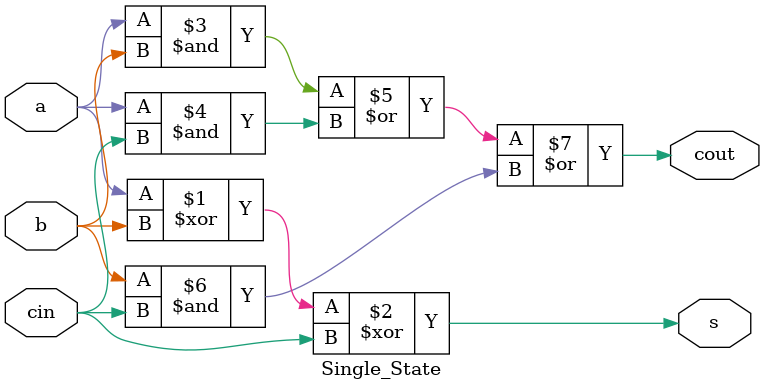
<source format=v>
    module AS(sel, A, B, S, O);
        input [3:0] A, B;
        input sel;
        output [3:0] S;
        output O;

        wire ripple0,ripple1,ripple2,ripple3;

        assign O = ripple2^ripple3;

        Single_State s0( .a( A[0] ), .b(sel^B[0]), .cin( sel ),     .s( S[0]), .cout( ripple0 ) );
        Single_State s1( .a( A[1] ), .b(sel^B[1]), .cin( ripple0 ), .s( S[1]), .cout( ripple1 ) );
        Single_State s2( .a( A[2] ), .b(sel^B[2]), .cin( ripple1 ), .s( S[2]), .cout( ripple2 ) );
        Single_State s3( .a( A[3] ), .b(sel^B[3]), .cin( ripple2 ), .s( S[3]), .cout( ripple3 ) );
        
endmodule

module Single_State(
    input a,
    input b,
    input cin,
    output  s,
    output cout );

    assign s    = a ^ b ^ cin;
    assign cout = (a & b)  |  (a & cin)  |  (b & cin);
endmodule


</source>
